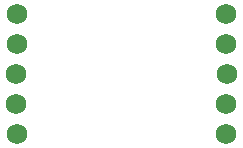
<source format=gbr>
G04 #@! TF.GenerationSoftware,KiCad,Pcbnew,5.1.5+dfsg1-2build2*
G04 #@! TF.CreationDate,2021-08-12T07:43:27+01:00*
G04 #@! TF.ProjectId,picoram,7069636f-7261-46d2-9e6b-696361645f70,rev?*
G04 #@! TF.SameCoordinates,Original*
G04 #@! TF.FileFunction,Copper,L2,Bot*
G04 #@! TF.FilePolarity,Positive*
%FSLAX46Y46*%
G04 Gerber Fmt 4.6, Leading zero omitted, Abs format (unit mm)*
G04 Created by KiCad (PCBNEW 5.1.5+dfsg1-2build2) date 2021-08-12 07:43:27*
%MOMM*%
%LPD*%
G04 APERTURE LIST*
%ADD10C,1.750000*%
G04 APERTURE END LIST*
D10*
X165400000Y-121050000D03*
X165400000Y-123600000D03*
X165450000Y-126100000D03*
X147600000Y-126111146D03*
X165400000Y-131200000D03*
X165400000Y-128650000D03*
X147600000Y-128651114D03*
X147700000Y-131200000D03*
X147700000Y-121031210D03*
X147650000Y-123571178D03*
M02*

</source>
